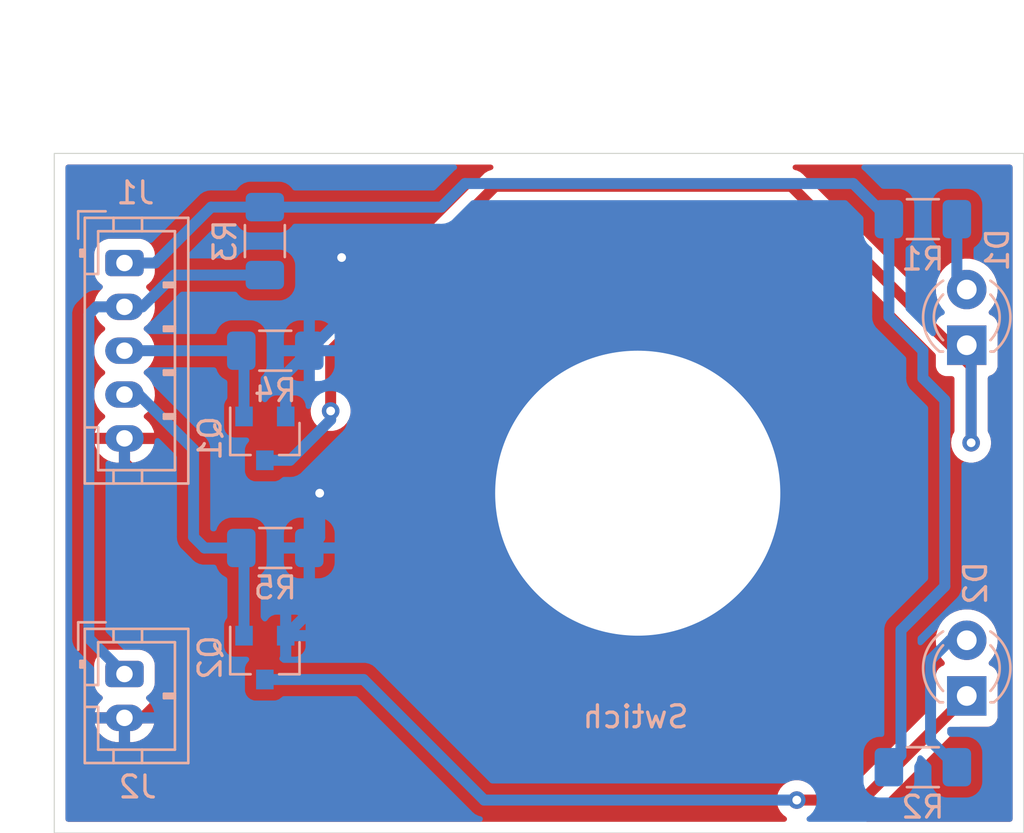
<source format=kicad_pcb>
(kicad_pcb (version 20211014) (generator pcbnew)
  (layers (0 "F.Cu" signal) (31 "B.Cu" signal) (34 "B.Paste" user) (35 "F.Paste" user) (36 "B.SilkS" user "B.Silkscreen") (37 "F.SilkS" user "F.Silkscreen") (38 "B.Mask" user) (39 "F.Mask" user) (44 "Edge.Cuts" user))
  (net 0 "")
  (net 1 "Net-(D1-Pad1)")
  (net 2 "Net-(D1-Pad2)")
  (net 3 "Net-(D2-Pad2)")
  (net 4 "Net-(D2-Pad1)")
  (net 5 "+3V3")
  (net 6 "/SW")
  (net 7 "/On")
  (net 8 "/StompMode")
  (net 9 "GND")
  (footprint "LED_THT:LED_D3.0mm" (layer "B.Cu") (at 69 107.75 90)
    (fp_text reference "D1" (at 4.35 1.4 270) (layer "B.SilkS") (effects (justify mirror)))
    (fp_text value "LED")
    (fp_line (start -0.29 1.236) (end -0.29 1.08) (layer "B.SilkS") (width 0.12))
    (fp_line (start -0.29 -1.08) (end -0.29 -1.236) (layer "B.SilkS") (width 0.12))
    (fp_arc (start -0.29 -1.235516) (mid 1.366487 -1.987659) (end 2.942335 -1.078608) (layer "B.SilkS") (width 0.12))
    (fp_arc (start 0.229039 -1.08) (mid 1.270117 -1.5) (end 2.31113 -1.079837) (layer "B.SilkS") (width 0.12))
    (fp_arc (start 2.31113 1.079837) (mid 1.270117 1.5) (end 0.229039 1.08) (layer "B.SilkS") (width 0.12))
    (fp_arc (start 2.942335 1.078608) (mid 1.366487 1.987659) (end -0.29 1.235516) (layer "B.SilkS") (width 0.12))
    (pad "1" thru_hole rect locked (at 0 0 90) (size 1.8 1.8) (drill 0.9) (layers *.Cu *.Mask) (net 1 "Net-(D1-Pad1)"))
    (pad "2" thru_hole circle locked (at 2.54 0 90) (size 1.8 1.8) (drill 0.9) (layers *.Cu *.Mask) (net 2 "Net-(D1-Pad2)"))
  )
  (footprint "LED_THT:LED_D3.0mm" (layer "B.Cu") (at 69 123.75 90)
    (fp_text reference "D2" (at 5.15 0.4 90) (layer "B.SilkS") (effects (justify mirror)))
    (fp_text value "LED")
    (fp_line (start -0.29 1.236) (end -0.29 1.08) (layer "B.SilkS") (width 0.12))
    (fp_line (start -0.29 -1.08) (end -0.29 -1.236) (layer "B.SilkS") (width 0.12))
    (fp_arc (start 2.942335 1.078608) (mid 1.366487 1.987659) (end -0.29 1.235516) (layer "B.SilkS") (width 0.12))
    (fp_arc (start 0.229039 -1.08) (mid 1.270117 -1.5) (end 2.31113 -1.079837) (layer "B.SilkS") (width 0.12))
    (fp_arc (start -0.29 -1.235516) (mid 1.366487 -1.987659) (end 2.942335 -1.078608) (layer "B.SilkS") (width 0.12))
    (fp_arc (start 2.31113 1.079837) (mid 1.270117 1.5) (end 0.229039 1.08) (layer "B.SilkS") (width 0.12))
    (pad "1" thru_hole rect locked (at 0 0 90) (size 1.8 1.8) (drill 0.9) (layers *.Cu *.Mask) (net 4 "Net-(D2-Pad1)"))
    (pad "2" thru_hole circle locked (at 2.54 0 90) (size 1.8 1.8) (drill 0.9) (layers *.Cu *.Mask) (net 3 "Net-(D2-Pad2)"))
  )
  (footprint "Connector_JST:JST_PH_B2B-PH-K_1x02_P2.00mm_Vertical" (layer "B.Cu") (at 30.6 122.75 -90)
    (fp_text reference "J2" (at 5.15 -0.6 180) (layer "B.SilkS") (effects (justify mirror)))
    (fp_text value "Conn_01x02")
    (fp_line (start -0.3 1.81) (end -0.3 2.01) (layer "B.SilkS") (width 0.12))
    (fp_line (start 3.45 -2.3) (end 3.45 1.2) (layer "B.SilkS") (width 0.12))
    (fp_line (start 4.06 -2.91) (end 4.06 1.81) (layer "B.SilkS") (width 0.12))
    (fp_line (start 0.5 1.81) (end 0.5 1.2) (layer "B.SilkS") (width 0.12))
    (fp_line (start 4.06 -0.8) (end 3.45 -0.8) (layer "B.SilkS") (width 0.12))
    (fp_line (start 4.06 0.5) (end 3.45 0.5) (layer "B.SilkS") (width 0.12))
    (fp_line (start 1 -2.3) (end 1 -1.8) (layer "B.SilkS") (width 0.12))
    (fp_line (start 3.45 1.2) (end 1.5 1.2) (layer "B.SilkS") (width 0.12))
    (fp_line (start -2.36 2.11) (end -2.36 0.86) (layer "B.SilkS") (width 0.12))
    (fp_line (start -2.06 0.5) (end -1.45 0.5) (layer "B.SilkS") (width 0.12))
    (fp_line (start 0.9 -2.3) (end 0.9 -1.8) (layer "B.SilkS") (width 0.12))
    (fp_line (start -0.3 2.01) (end -0.6 2.01) (layer "B.SilkS") (width 0.12))
    (fp_line (start 1.1 -1.8) (end 1.1 -2.3) (layer "B.SilkS") (width 0.12))
    (fp_line (start -2.06 1.81) (end -2.06 -2.91) (layer "B.SilkS") (width 0.12))
    (fp_line (start -2.06 -2.91) (end 4.06 -2.91) (layer "B.SilkS") (width 0.12))
    (fp_line (start -1.11 2.11) (end -2.36 2.11) (layer "B.SilkS") (width 0.12))
    (fp_line (start 0.9 -1.8) (end 1.1 -1.8) (layer "B.SilkS") (width 0.12))
    (fp_line (start -0.3 1.91) (end -0.6 1.91) (layer "B.SilkS") (width 0.12))
    (fp_line (start 1.5 1.2) (end 1.5 1.81) (layer "B.SilkS") (width 0.12))
    (fp_line (start -2.06 -0.8) (end -1.45 -0.8) (layer "B.SilkS") (width 0.12))
    (fp_line (start 4.06 1.81) (end -2.06 1.81) (layer "B.SilkS") (width 0.12))
    (fp_line (start -0.6 2.01) (end -0.6 1.81) (layer "B.SilkS") (width 0.12))
    (fp_line (start -1.45 -2.3) (end 3.45 -2.3) (layer "B.SilkS") (width 0.12))
    (fp_line (start -1.45 1.2) (end -1.45 -2.3) (layer "B.SilkS") (width 0.12))
    (fp_line (start 0.5 1.2) (end -1.45 1.2) (layer "B.SilkS") (width 0.12))
    (pad "1" thru_hole roundrect (at 0 0 270) (size 1.2 1.75) (drill 0.75) (layers *.Cu *.Mask) (roundrect_rratio 0.208333) (net 6 "/SW"))
    (pad "2" thru_hole oval (at 2 0 270) (size 1.2 1.75) (drill 0.75) (layers *.Cu *.Mask) (net 9 "GND"))
  )
  (footprint "Package_TO_SOT_SMD:SOT-23" (layer "B.Cu") (at 37 112 -90)
    (fp_text reference "Q1" (at 0 2.5 90) (layer "B.SilkS") (effects (justify mirror)))
    (fp_text value "2N7002")
    (fp_line (start 0.76 1.58) (end 0.76 0.65) (layer "B.SilkS") (width 0.12))
    (fp_line (start 0.76 -1.58) (end 0.76 -0.65) (layer "B.SilkS") (width 0.12))
    (fp_line (start 0.76 1.58) (end -1.4 1.58) (layer "B.SilkS") (width 0.12))
    (fp_line (start 0.76 -1.58) (end -0.7 -1.58) (layer "B.SilkS") (width 0.12))
    (pad "1" smd rect locked (at -1 0.95 270) (size 0.9 0.8) (layers "B.Cu" "B.Paste" "B.Mask") (net 7 "/On"))
    (pad "2" smd rect locked (at -1 -0.95 270) (size 0.9 0.8) (layers "B.Cu" "B.Paste" "B.Mask") (net 9 "GND"))
    (pad "3" smd rect locked (at 1 0 270) (size 0.9 0.8) (layers "B.Cu" "B.Paste" "B.Mask") (net 1 "Net-(D1-Pad1)"))
  )
  (footprint "Package_TO_SOT_SMD:SOT-23" (layer "B.Cu") (at 37 122 -90)
    (fp_text reference "Q2" (at 0 2.5 90) (layer "B.SilkS") (effects (justify mirror)))
    (fp_text value "2N7002")
    (fp_line (start 0.76 -1.58) (end 0.76 -0.65) (layer "B.SilkS") (width 0.12))
    (fp_line (start 0.76 -1.58) (end -0.7 -1.58) (layer "B.SilkS") (width 0.12))
    (fp_line (start 0.76 1.58) (end 0.76 0.65) (layer "B.SilkS") (width 0.12))
    (fp_line (start 0.76 1.58) (end -1.4 1.58) (layer "B.SilkS") (width 0.12))
    (pad "1" smd rect locked (at -1 0.95 270) (size 0.9 0.8) (layers "B.Cu" "B.Paste" "B.Mask") (net 8 "/StompMode"))
    (pad "2" smd rect locked (at -1 -0.95 270) (size 0.9 0.8) (layers "B.Cu" "B.Paste" "B.Mask") (net 9 "GND"))
    (pad "3" smd rect locked (at 1 0 270) (size 0.9 0.8) (layers "B.Cu" "B.Paste" "B.Mask") (net 4 "Net-(D2-Pad1)"))
  )
  (footprint "Resistor_SMD:R_1206_3216Metric_Pad1.30x1.75mm_HandSolder" (layer "B.Cu") (at 37 103 -90)
    (fp_text reference "R3" (at 0 1.82 -90) (layer "B.SilkS") (effects (justify mirror)))
    (fp_text value "R")
    (fp_line (start -0.727064 0.91) (end 0.727064 0.91) (layer "B.SilkS") (width 0.12))
    (fp_line (start -0.727064 -0.91) (end 0.727064 -0.91) (layer "B.SilkS") (width 0.12))
    (pad "1" smd roundrect locked (at -1.55 0 270) (size 1.3 1.75) (layers "B.Cu" "B.Paste" "B.Mask") (roundrect_rratio 0.1923076923) (net 5 "+3V3"))
    (pad "2" smd roundrect locked (at 1.55 0 270) (size 1.3 1.75) (layers "B.Cu" "B.Paste" "B.Mask") (roundrect_rratio 0.1923076923) (net 6 "/SW"))
  )
  (footprint "Connector_JST:JST_PH_B5B-PH-K_1x05_P2.00mm_Vertical" (layer "B.Cu") (at 30.6 104 -90)
    (fp_text reference "J1" (at -3.2 -0.5 180) (layer "B.SilkS") (effects (justify mirror)))
    (fp_text value "Conn_01x05")
    (fp_line (start 10.06 0.5) (end 9.45 0.5) (layer "B.SilkS") (width 0.12))
    (fp_line (start 4.9 -2.3) (end 4.9 -1.8) (layer "B.SilkS") (width 0.12))
    (fp_line (start 0.5 1.2) (end -1.45 1.2) (layer "B.SilkS") (width 0.12))
    (fp_line (start 6.9 -2.3) (end 6.9 -1.8) (layer "B.SilkS") (width 0.12))
    (fp_line (start 7 -2.3) (end 7 -1.8) (layer "B.SilkS") (width 0.12))
    (fp_line (start 5 -2.3) (end 5 -1.8) (layer "B.SilkS") (width 0.12))
    (fp_line (start -2.06 0.5) (end -1.45 0.5) (layer "B.SilkS") (width 0.12))
    (fp_line (start 7.1 -1.8) (end 7.1 -2.3) (layer "B.SilkS") (width 0.12))
    (fp_line (start -0.3 2.01) (end -0.6 2.01) (layer "B.SilkS") (width 0.12))
    (fp_line (start 3.1 -1.8) (end 3.1 -2.3) (layer "B.SilkS") (width 0.12))
    (fp_line (start -0.3 1.81) (end -0.3 2.01) (layer "B.SilkS") (width 0.12))
    (fp_line (start -2.06 -2.91) (end 10.06 -2.91) (layer "B.SilkS") (width 0.12))
    (fp_line (start 10.06 1.81) (end -2.06 1.81) (layer "B.SilkS") (width 0.12))
    (fp_line (start -1.45 -2.3) (end 9.45 -2.3) (layer "B.SilkS") (width 0.12))
    (fp_line (start 6.9 -1.8) (end 7.1 -1.8) (layer "B.SilkS") (width 0.12))
    (fp_line (start -2.36 2.11) (end -2.36 0.86) (layer "B.SilkS") (width 0.12))
    (fp_line (start 3 -2.3) (end 3 -1.8) (layer "B.SilkS") (width 0.12))
    (fp_line (start 5.1 -1.8) (end 5.1 -2.3) (layer "B.SilkS") (width 0.12))
    (fp_line (start -0.6 2.01) (end -0.6 1.81) (layer "B.SilkS") (width 0.12))
    (fp_line (start 0.9 -1.8) (end 1.1 -1.8) (layer "B.SilkS") (width 0.12))
    (fp_line (start 10.06 -2.91) (end 10.06 1.81) (layer "B.SilkS") (width 0.12))
    (fp_line (start -0.3 1.91) (end -0.6 1.91) (layer "B.SilkS") (width 0.12))
    (fp_line (start 1 -2.3) (end 1 -1.8) (layer "B.SilkS") (width 0.12))
    (fp_line (start 0.5 1.81) (end 0.5 1.2) (layer "B.SilkS") (width 0.12))
    (fp_line (start -2.06 -0.8) (end -1.45 -0.8) (layer "B.SilkS") (width 0.12))
    (fp_line (start 10.06 -0.8) (end 9.45 -0.8) (layer "B.SilkS") (width 0.12))
    (fp_line (start -1.11 2.11) (end -2.36 2.11) (layer "B.SilkS") (width 0.12))
    (fp_line (start -2.06 1.81) (end -2.06 -2.91) (layer "B.SilkS") (width 0.12))
    (fp_line (start -1.45 1.2) (end -1.45 -2.3) (layer "B.SilkS") (width 0.12))
    (fp_line (start 9.45 -2.3) (end 9.45 1.2) (layer "B.SilkS") (width 0.12))
    (fp_line (start 9.45 1.2) (end 7.5 1.2) (layer "B.SilkS") (width 0.12))
    (fp_line (start 2.9 -2.3) (end 2.9 -1.8) (layer "B.SilkS") (width 0.12))
    (fp_line (start 4.9 -1.8) (end 5.1 -1.8) (layer "B.SilkS") (width 0.12))
    (fp_line (start 7.5 1.2) (end 7.5 1.81) (layer "B.SilkS") (width 0.12))
    (fp_line (start 2.9 -1.8) (end 3.1 -1.8) (layer "B.SilkS") (width 0.12))
    (fp_line (start 1.1 -1.8) (end 1.1 -2.3) (layer "B.SilkS") (width 0.12))
    (fp_line (start 0.9 -2.3) (end 0.9 -1.8) (layer "B.SilkS") (width 0.12))
    (pad "1" thru_hole roundrect (at 0 0 270) (size 1.2 1.75) (drill 0.75) (layers *.Cu *.Mask) (roundrect_rratio 0.208333) (net 5 "+3V3"))
    (pad "2" thru_hole oval (at 2 0 270) (size 1.2 1.75) (drill 0.75) (layers *.Cu *.Mask) (net 6 "/SW"))
    (pad "3" thru_hole oval (at 4 0 270) (size 1.2 1.75) (drill 0.75) (layers *.Cu *.Mask) (net 7 "/On"))
    (pad "4" thru_hole oval (at 6 0 270) (size 1.2 1.75) (drill 0.75) (layers *.Cu *.Mask) (net 8 "/StompMode"))
    (pad "5" thru_hole oval (at 8 0 270) (size 1.2 1.75) (drill 0.75) (layers *.Cu *.Mask) (net 9 "GND"))
  )
  (footprint "Resistor_SMD:R_1206_3216Metric_Pad1.30x1.75mm_HandSolder" (layer "B.Cu") (at 67 102)
    (fp_text reference "R1" (at 0 1.82) (layer "B.SilkS") (effects (justify mirror)))
    (fp_text value "R")
    (fp_line (start -0.727064 0.91) (end 0.727064 0.91) (layer "B.SilkS") (width 0.12))
    (fp_line (start -0.727064 -0.91) (end 0.727064 -0.91) (layer "B.SilkS") (width 0.12))
    (pad "1" smd roundrect locked (at -1.55 0) (size 1.3 1.75) (layers "B.Cu" "B.Paste" "B.Mask") (roundrect_rratio 0.1923076923) (net 5 "+3V3"))
    (pad "2" smd roundrect locked (at 1.55 0) (size 1.3 1.75) (layers "B.Cu" "B.Paste" "B.Mask") (roundrect_rratio 0.1923076923) (net 2 "Net-(D1-Pad2)"))
  )
  (footprint "Resistor_SMD:R_1206_3216Metric_Pad1.30x1.75mm_HandSolder" (layer "B.Cu") (at 37.475001 108)
    (fp_text reference "R4" (at 0 1.82) (layer "B.SilkS") (effects (justify mirror)))
    (fp_text value "100k")
    (fp_line (start -0.727064 -0.91) (end 0.727064 -0.91) (layer "B.SilkS") (width 0.12))
    (fp_line (start -0.727064 0.91) (end 0.727064 0.91) (layer "B.SilkS") (width 0.12))
    (pad "1" smd roundrect locked (at -1.55 0) (size 1.3 1.75) (layers "B.Cu" "B.Paste" "B.Mask") (roundrect_rratio 0.1923076923) (net 7 "/On"))
    (pad "2" smd roundrect locked (at 1.55 0) (size 1.3 1.75) (layers "B.Cu" "B.Paste" "B.Mask") (roundrect_rratio 0.1923076923) (net 9 "GND"))
  )
  (footprint "Resistor_SMD:R_1206_3216Metric_Pad1.30x1.75mm_HandSolder" (layer "B.Cu") (at 37.475001 117)
    (fp_text reference "R5" (at 0 1.82) (layer "B.SilkS") (effects (justify mirror)))
    (fp_text value "100k")
    (fp_line (start -0.727064 -0.91) (end 0.727064 -0.91) (layer "B.SilkS") (width 0.12))
    (fp_line (start -0.727064 0.91) (end 0.727064 0.91) (layer "B.SilkS") (width 0.12))
    (pad "1" smd roundrect locked (at -1.55 0) (size 1.3 1.75) (layers "B.Cu" "B.Paste" "B.Mask") (roundrect_rratio 0.1923076923) (net 8 "/StompMode"))
    (pad "2" smd roundrect locked (at 1.55 0) (size 1.3 1.75) (layers "B.Cu" "B.Paste" "B.Mask") (roundrect_rratio 0.1923076923) (net 9 "GND"))
  )
  (footprint "Resistor_SMD:R_1206_3216Metric_Pad1.30x1.75mm_HandSolder" (layer "B.Cu") (at 67 127)
    (fp_text reference "R2" (at 0 1.82) (layer "B.SilkS") (effects (justify mirror)))
    (fp_text value "R")
    (fp_line (start -0.727064 0.91) (end 0.727064 0.91) (layer "B.SilkS") (width 0.12))
    (fp_line (start -0.727064 -0.91) (end 0.727064 -0.91) (layer "B.SilkS") (width 0.12))
    (pad "1" smd roundrect locked (at -1.55 0) (size 1.3 1.75) (layers "B.Cu" "B.Paste" "B.Mask") (roundrect_rratio 0.1923076923) (net 5 "+3V3"))
    (pad "2" smd roundrect locked (at 1.55 0) (size 1.3 1.75) (layers "B.Cu" "B.Paste" "B.Mask") (roundrect_rratio 0.1923076923) (net 3 "Net-(D2-Pad2)"))
  )
  (footprint "KiCad_Libs:LehleSwitch" (layer "B.Cu") (at 54 114.5)
    (fp_text reference "Swtich" (at -0.1 10.2 180) (layer "B.SilkS") (effects (justify mirror)))
    (fp_text value "LehleSwitch")
    (pad "" thru_hole circle locked (at 0 0) (size 18 18) (drill 13) (layers *.Cu *.Mask) (net 9 "GND"))
  )
  (gr_rect (start 27.4 99) (end 71.6 130) (layer "Edge.Cuts") (width 0.05) (fill none))
  (segment (start 69.2 108.7) (end 61 100.5) (width 0.5) (layer "F.Cu") (net 1))
  (segment (start 69.2 112.2) (end 69.2 108.7) (width 0.5) (layer "F.Cu") (net 1))
  (segment (start 40 108) (end 40 110.75) (width 0.5) (layer "F.Cu") (net 1))
  (segment (start 47.5 100.5) (end 40 108) (width 0.5) (layer "F.Cu") (net 1))
  (segment (start 61 100.5) (end 47.5 100.5) (width 0.5) (layer "F.Cu") (net 1))
  (via (at 69.2 112.2) (size 0.8) (drill 0.4) (layers "F.Cu" "B.Cu") (net 1))
  (via (at 40 110.75) (size 0.8) (drill 0.4) (layers "F.Cu" "B.Cu") (net 1))
  (segment (start 69.2 112.2) (end 69.2 107.95) (width 0.5) (layer "B.Cu") (net 1))
  (segment (start 40 111.150002) (end 40 110.75) (width 0.5) (layer "B.Cu") (net 1))
  (segment (start 69.2 107.95) (end 69 107.75) (width 0.5) (layer "B.Cu") (net 1))
  (segment (start 37 113) (end 38.150002 113) (width 0.5) (layer "B.Cu") (net 1))
  (segment (start 38.150002 113) (end 40 111.150002) (width 0.5) (layer "B.Cu") (net 1))
  (segment (start 68.55 102) (end 68.55 104.76) (width 0.5) (layer "B.Cu") (net 2))
  (segment (start 68.55 104.76) (end 69 105.21) (width 0.5) (layer "B.Cu") (net 2))
  (segment (start 67.350489 122.100489) (end 68.240978 121.21) (width 0.5) (layer "B.Cu") (net 3))
  (segment (start 68.240978 121.21) (end 69 121.21) (width 0.5) (layer "B.Cu") (net 3))
  (segment (start 67.350489 125.800489) (end 67.350489 122.100489) (width 0.5) (layer "B.Cu") (net 3))
  (segment (start 68.55 127) (end 67.350489 125.800489) (width 0.5) (layer "B.Cu") (net 3))
  (segment (start 64.25 128.5) (end 69 123.75) (width 0.5) (layer "F.Cu") (net 4))
  (segment (start 61.25 128.5) (end 64.25 128.5) (width 0.5) (layer "F.Cu") (net 4))
  (via (at 61.25 128.5) (size 0.8) (drill 0.4) (layers "F.Cu" "B.Cu") (net 4))
  (segment (start 41.5 123) (end 47 128.5) (width 0.5) (layer "B.Cu") (net 4))
  (segment (start 37 123) (end 41.5 123) (width 0.5) (layer "B.Cu") (net 4))
  (segment (start 47 128.5) (end 61.25 128.5) (width 0.5) (layer "B.Cu") (net 4))
  (segment (start 63.82499 100.37499) (end 65.45 102) (width 0.5) (layer "B.Cu") (net 5))
  (segment (start 68 110.25) (end 68 118.75) (width 0.5) (layer "B.Cu") (net 5))
  (segment (start 65.45 106.45) (end 67 108) (width 0.5) (layer "B.Cu") (net 5))
  (segment (start 32 104) (end 34.55 101.45) (width 0.5) (layer "B.Cu") (net 5))
  (segment (start 67 109.25) (end 68 110.25) (width 0.5) (layer "B.Cu") (net 5))
  (segment (start 66 120.75) (end 66 126.45) (width 0.5) (layer "B.Cu") (net 5))
  (segment (start 32 104) (end 30.6 104) (width 0.5) (layer "B.Cu") (net 5))
  (segment (start 34.55 101.45) (end 37 101.45) (width 0.5) (layer "B.Cu") (net 5))
  (segment (start 46.12501 100.37499) (end 63.82499 100.37499) (width 0.5) (layer "B.Cu") (net 5))
  (segment (start 37 101.45) (end 45.05 101.45) (width 0.5) (layer "B.Cu") (net 5))
  (segment (start 45.05 101.45) (end 46.12501 100.37499) (width 0.5) (layer "B.Cu") (net 5))
  (segment (start 67 108) (end 67 109.25) (width 0.5) (layer "B.Cu") (net 5))
  (segment (start 68 118.75) (end 66 120.75) (width 0.5) (layer "B.Cu") (net 5))
  (segment (start 66 126.45) (end 65.45 127) (width 0.5) (layer "B.Cu") (net 5))
  (segment (start 65.45 102) (end 65.45 106.45) (width 0.5) (layer "B.Cu") (net 5))
  (segment (start 29.316491 106) (end 28.97548 106.341011) (width 0.5) (layer "B.Cu") (net 6))
  (segment (start 28.97548 106.341011) (end 28.97548 121.12548) (width 0.5) (layer "B.Cu") (net 6))
  (segment (start 31.413534 106) (end 29.316491 106) (width 0.5) (layer "B.Cu") (net 6))
  (segment (start 28.97548 121.12548) (end 30.6 122.75) (width 0.5) (layer "B.Cu") (net 6))
  (segment (start 37 104.55) (end 32.863534 104.55) (width 0.5) (layer "B.Cu") (net 6))
  (segment (start 32.863534 104.55) (end 31.413534 106) (width 0.5) (layer "B.Cu") (net 6))
  (segment (start 36.05 108.124999) (end 35.925001 108) (width 0.5) (layer "B.Cu") (net 7))
  (segment (start 35.925001 108) (end 30.6 108) (width 0.5) (layer "B.Cu") (net 7))
  (segment (start 36.05 111) (end 36.05 108.124999) (width 0.5) (layer "B.Cu") (net 7))
  (segment (start 31.425 110.175) (end 30.775 110.175) (width 0.5) (layer "B.Cu") (net 8))
  (segment (start 34.25 117) (end 33.75 116.5) (width 0.5) (layer "B.Cu") (net 8))
  (segment (start 36.05 117.124999) (end 35.925001 117) (width 0.5) (layer "B.Cu") (net 8))
  (segment (start 36.05 121) (end 36.05 117.124999) (width 0.5) (layer "B.Cu") (net 8))
  (segment (start 35.925001 117) (end 34.25 117) (width 0.5) (layer "B.Cu") (net 8))
  (segment (start 31.425 110.175) (end 31.25 110) (width 0.5) (layer "B.Cu") (net 8))
  (segment (start 33.75 112.5) (end 31.425 110.175) (width 0.5) (layer "B.Cu") (net 8))
  (segment (start 30.775 110.175) (end 30.6 110) (width 0.5) (layer "B.Cu") (net 8))
  (segment (start 33.75 116.5) (end 33.75 112.5) (width 0.5) (layer "B.Cu") (net 8))
  (segment (start 30.6 112) (end 32.25 112) (width 0.5) (layer "F.Cu") (net 9))
  (segment (start 30.6 113.1) (end 30.6 112) (width 0.5) (layer "F.Cu") (net 9))
  (segment (start 32.6 123.575) (end 31.425 124.75) (width 0.5) (layer "F.Cu") (net 9))
  (segment (start 32.6 115.1) (end 32.6 123.575) (width 0.5) (layer "F.Cu") (net 9))
  (segment (start 31.25 113.75) (end 30.6 113.1) (width 0.5) (layer "F.Cu") (net 9))
  (segment (start 31.25 113.75) (end 32.6 115.1) (width 0.5) (layer "F.Cu") (net 9))
  (segment (start 32.25 112) (end 40.5 103.75) (width 0.5) (layer "F.Cu") (net 9))
  (segment (start 31.25 113.75) (end 31.5 114) (width 0.5) (layer "F.Cu") (net 9))
  (segment (start 39 114) (end 39.5 114.5) (width 0.5) (layer "F.Cu") (net 9))
  (segment (start 31.425 124.75) (end 30.6 124.75) (width 0.5) (layer "F.Cu") (net 9))
  (segment (start 31.5 114) (end 39 114) (width 0.5) (layer "F.Cu") (net 9))
  (via (at 40.5 103.75) (size 0.8) (drill 0.4) (layers "F.Cu" "B.Cu") (net 9))
  (via (at 39.5 114.5) (size 0.8) (drill 0.4) (layers "F.Cu" "B.Cu") (net 9))
  (segment (start 39.5 116.525001) (end 39.025001 117) (width 0.5) (layer "B.Cu") (net 9))
  (segment (start 39.5 114.5) (end 39.5 116.525001) (width 0.5) (layer "B.Cu") (net 9))
  (segment (start 37.95 111) (end 37.95 109.075001) (width 0.5) (layer "B.Cu") (net 9))
  (segment (start 40.5 106.525001) (end 39.025001 108) (width 0.5) (layer "B.Cu") (net 9))
  (segment (start 39.025001 119.924999) (end 37.95 121) (width 0.5) (layer "B.Cu") (net 9))
  (segment (start 40.5 103.75) (end 40.5 106.525001) (width 0.5) (layer "B.Cu") (net 9))
  (segment (start 37.95 109.075001) (end 39.025001 108) (width 0.5) (layer "B.Cu") (net 9))
  (segment (start 39.025001 117) (end 39.025001 119.924999) (width 0.5) (layer "B.Cu") (net 9))
  (zone (net 9) (net_name "GND") (layer "F.Cu") (connect_pads (clearance 0.508)) (min_thickness 0.254) (fill yes (thermal_gap 0.508) (thermal_bridge_width 0.508))
    (polygon (pts (xy 71.6 130) (xy 27.4 130) (xy 27.4 99) (xy 71.6 99)))
  )
  (zone (net 9) (net_name "GND") (layer "B.Cu") (connect_pads (clearance 0.508)) (min_thickness 0.254) (fill yes (thermal_gap 0.508) (thermal_bridge_width 0.508))
    (polygon (pts (xy 71.6 130) (xy 27.4 130) (xy 27.4 99) (xy 71.6 99)))
  )
)
</source>
